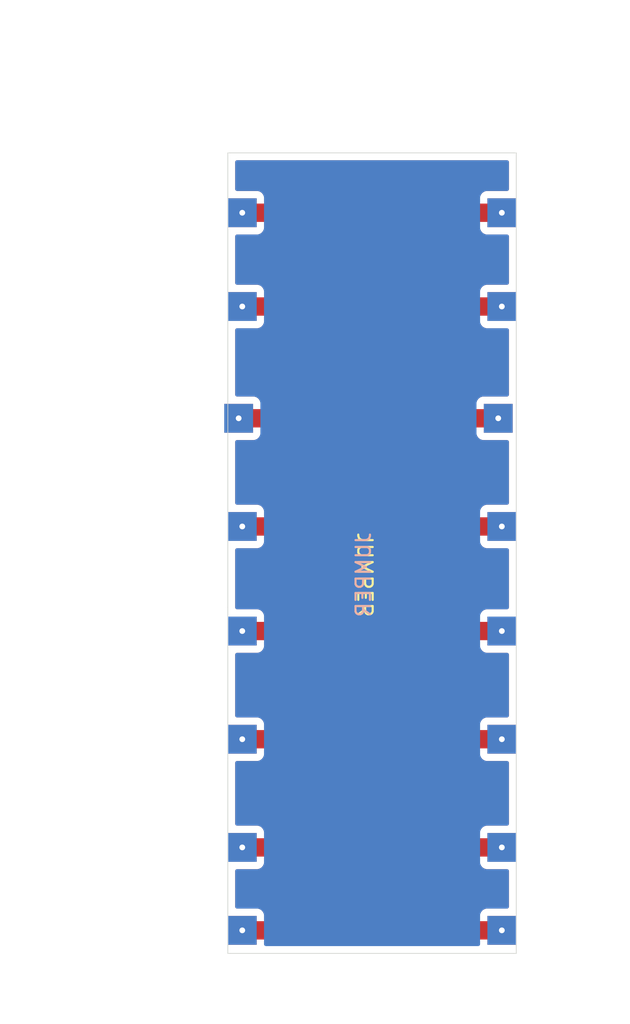
<source format=kicad_pcb>
(kicad_pcb (version 20211014) (generator pcbnew)
  (title_block (title "scaarix_flow") (rev "v1.0.0") (company "Unknown"))
  (layers (0 "F.Cu" signal) (31 "B.Cu" signal) (34 "B.Paste" user) (35 "F.Paste" user) (36 "B.SilkS" user "B.Silkscreen") (37 "F.SilkS" user "F.Silkscreen") (38 "B.Mask" user) (39 "F.Mask" user) (44 "Edge.Cuts" user))
  (net 0 "")
  (net 1 "GND")
  (net 2 "VCC")
  (net 3 "P19")
  (net 4 "P18")
  (net 5 "P16")
  (net 6 "P10")
  (net 7 "P1")
  (net 8 "D1")
  (footprint "fissure:bridge" (layer "F.Cu") (at 293.8 107.55 90)
    (fp_text reference "J3" hide)
    (fp_text value " ")
    (pad "1" thru_hole rect (at 29.5 0 90) (size 2 2) (drill 0.4) (layers *.Cu *.Mask) (net 6 "P10"))
    (pad "2" thru_hole rect (at 23 0 90) (size 2 2) (drill 0.4) (layers F&B.Cu *.Mask) (net 5 "P16"))
    (pad "3" thru_hole rect (at 15.25 -0.25 90) (size 2 2) (drill 0.4) (layers F&B.Cu *.Mask) (net 4 "P18"))
    (pad "4" thru_hole rect (at 7.75 0 90) (size 2 2) (drill 0.4) (layers F&B.Cu *.Mask) (net 3 "P19"))
    (pad "5" thru_hole rect (at 0.5 0 90) (size 2 2) (drill 0.4) (layers F&B.Cu *.Mask) (net 2 "VCC"))
    (pad "6" thru_hole rect (at -7 0 90) (size 2 2) (drill 0.4) (layers F&B.Cu *.Mask) (net 8 "D1"))
    (pad "7" thru_hole rect (at -14.5 0 90) (size 2 2) (drill 0.4) (layers F&B.Cu *.Mask) (net 7 "P1"))
    (pad "8" thru_hole rect (at -20.25 0 90) (size 2 2) (drill 0.4) (layers F&B.Cu *.Mask) (net 1 "GND"))
  )
  (footprint "eric's footprints:bridge-conn small" (layer "F.Cu") (at 311.8 107.55 90)
    (fp_text reference "J4" hide)
    (fp_text value " ")
    (pad "1" thru_hole rect (at 29.5 0 90) (size 2 2) (drill 0.4) (layers F&B.Cu *.Mask) (net 6 "P10"))
    (pad "2" thru_hole rect (at 23 0 90) (size 2 2) (drill 0.4) (layers F&B.Cu *.Mask) (net 5 "P16"))
    (pad "3" thru_hole rect (at 15.25 -0.25 90) (size 2 2) (drill 0.4) (layers F&B.Cu *.Mask) (net 4 "P18"))
    (pad "4" thru_hole rect (at 7.75 0 90) (size 2 2) (drill 0.4) (layers F&B.Cu *.Mask) (net 3 "P19"))
    (pad "5" thru_hole rect (at 0.5 0 90) (size 2 2) (drill 0.4) (layers F&B.Cu *.Mask) (net 2 "VCC"))
    (pad "6" thru_hole rect (at -7 0 90) (size 2 2) (drill 0.4) (layers F&B.Cu *.Mask) (net 8 "D1"))
    (pad "7" thru_hole rect (at -14.5 0 90) (size 2 2) (drill 0.4) (layers F&B.Cu *.Mask) (net 7 "P1"))
    (pad "8" thru_hole rect (at -20.25 0 90) (size 2 2) (drill 0.4) (layers F&B.Cu *.Mask) (net 1 "GND"))
  )
  (gr_line (start 292.8 73.9) (end 312.8 73.9) (layer "Edge.Cuts") (width 0.05))
  (gr_line (start 312.8 73.9) (end 312.8 129.4) (layer "Edge.Cuts") (width 0.05))
  (gr_line (start 292.8 115.9) (end 292.8 105.4) (layer "Edge.Cuts") (width 0.05))
  (gr_line (start 292.8 105.4) (end 292.8 99.4) (layer "Edge.Cuts") (width 0.05))
  (gr_line (start 292.8 122.9) (end 292.8 129.4) (layer "Edge.Cuts") (width 0.05))
  (gr_line (start 292.8 99.4) (end 292.8 73.9) (layer "Edge.Cuts") (width 0.05))
  (gr_line (start 292.8 122.9) (end 292.8 115.9) (layer "Edge.Cuts") (width 0.05))
  (gr_line (start 292.8 129.4) (end 312.8 129.4) (layer "Edge.Cuts") (width 0.05))
  (gr_text "JUMPER" (at 302.2 103.15 90) (layer "B.SilkS") (effects (font (size 1 1)) (justify mirror)))
  (gr_text "JUMPER" (at 302.3 103.15 270) (layer "F.SilkS") (effects (font (size 1 1))))
  (segment (start 293.8 127.8) (end 311.8 127.8) (width 1.27) (layer "F.Cu") (net 1))
  (segment (start 293.8 107.05) (end 311.8 107.05) (width 1.27) (layer "F.Cu") (net 2))
  (segment (start 293.8 99.8) (end 311.8 99.8) (width 1.27) (layer "F.Cu") (net 3))
  (segment (start 293.55 92.3) (end 311.55 92.3) (width 1.27) (layer "F.Cu") (net 4))
  (segment (start 293.8 84.55) (end 311.8 84.55) (width 1.27) (layer "F.Cu") (net 5))
  (segment (start 293.8 78.05) (end 311.8 78.05) (width 1.27) (layer "F.Cu") (net 6))
  (segment (start 293.8 122.05) (end 311.8 122.05) (width 1.27) (layer "F.Cu") (net 7))
  (segment (start 293.8 114.55) (end 311.8 114.55) (width 1.27) (layer "F.Cu") (net 8))
  (zone (net 0) (net_name "") (layers F&B.Cu) (connect_pads (clearance 0.508)) (min_thickness 0.254) (fill yes (thermal_gap 0.508) (thermal_bridge_width 0.508))
    (polygon (pts (xy 319.4 134.3) (xy 280.4 133.7) (xy 277 63.7) (xy 320.7 63.3)))
  )
)
</source>
